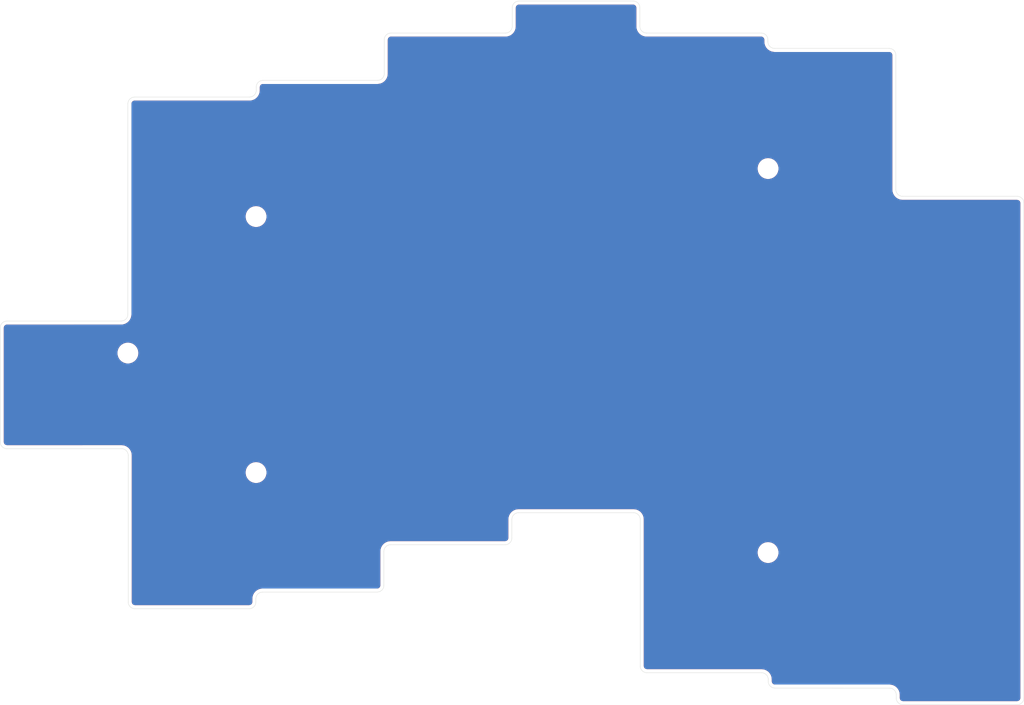
<source format=kicad_pcb>
(kicad_pcb (version 20171130) (host pcbnew "(5.1.7)-1")

  (general
    (thickness 1.6)
    (drawings 64)
    (tracks 1)
    (zones 0)
    (modules 5)
    (nets 1)
  )

  (page A4)
  (layers
    (0 F.Cu signal)
    (31 B.Cu signal)
    (32 B.Adhes user)
    (33 F.Adhes user)
    (34 B.Paste user)
    (35 F.Paste user)
    (36 B.SilkS user)
    (37 F.SilkS user)
    (38 B.Mask user)
    (39 F.Mask user)
    (40 Dwgs.User user)
    (41 Cmts.User user)
    (42 Eco1.User user)
    (43 Eco2.User user)
    (44 Edge.Cuts user)
    (45 Margin user)
    (46 B.CrtYd user)
    (47 F.CrtYd user)
    (48 B.Fab user)
    (49 F.Fab user)
  )

  (setup
    (last_trace_width 0.25)
    (trace_clearance 0.2)
    (zone_clearance 0.508)
    (zone_45_only no)
    (trace_min 0.2)
    (via_size 0.8)
    (via_drill 0.4)
    (via_min_size 0.4)
    (via_min_drill 0.3)
    (uvia_size 0.3)
    (uvia_drill 0.1)
    (uvias_allowed no)
    (uvia_min_size 0.2)
    (uvia_min_drill 0.1)
    (edge_width 0.05)
    (segment_width 0.2)
    (pcb_text_width 0.3)
    (pcb_text_size 1.5 1.5)
    (mod_edge_width 0.12)
    (mod_text_size 1 1)
    (mod_text_width 0.15)
    (pad_size 1.524 1.524)
    (pad_drill 0.762)
    (pad_to_mask_clearance 0.051)
    (solder_mask_min_width 0.25)
    (aux_axis_origin 0 0)
    (visible_elements 7FFFFFFF)
    (pcbplotparams
      (layerselection 0x010f0_ffffffff)
      (usegerberextensions true)
      (usegerberattributes false)
      (usegerberadvancedattributes false)
      (creategerberjobfile false)
      (excludeedgelayer true)
      (linewidth 0.100000)
      (plotframeref false)
      (viasonmask false)
      (mode 1)
      (useauxorigin false)
      (hpglpennumber 1)
      (hpglpenspeed 20)
      (hpglpendiameter 15.000000)
      (psnegative false)
      (psa4output false)
      (plotreference true)
      (plotvalue true)
      (plotinvisibletext false)
      (padsonsilk false)
      (subtractmaskfromsilk true)
      (outputformat 1)
      (mirror false)
      (drillshape 0)
      (scaleselection 1)
      (outputdirectory "Gerbers/"))
  )

  (net 0 "")

  (net_class Default "This is the default net class."
    (clearance 0.2)
    (trace_width 0.25)
    (via_dia 0.8)
    (via_drill 0.4)
    (uvia_dia 0.3)
    (uvia_drill 0.1)
  )

  (module MountingHole:MountingHole_2.1mm (layer F.Cu) (tedit 5B924765) (tstamp 5FA117AA)
    (at 83.55 95.2165)
    (descr "Mounting Hole 2.1mm, no annular")
    (tags "mounting hole 2.1mm no annular")
    (attr virtual)
    (fp_text reference REF** (at 0.09 -2.71) (layer Dwgs.User) hide
      (effects (font (size 1 1) (thickness 0.15)))
    )
    (fp_text value MountingHole_2.1mm (at 0.09 -3.71) (layer F.Fab)
      (effects (font (size 1 1) (thickness 0.15)))
    )
    (fp_circle (center 0 0) (end 2.35 0) (layer F.CrtYd) (width 0.05))
    (fp_circle (center 0 0) (end 2.1 0) (layer Cmts.User) (width 0.15))
    (fp_text user %R (at 0.3 0) (layer F.Fab)
      (effects (font (size 1 1) (thickness 0.15)))
    )
    (pad "" np_thru_hole circle (at 0 0) (size 2.1 2.1) (drill 2.1) (layers *.Cu *.Mask))
  )

  (module MountingHole:MountingHole_2.1mm (layer F.Cu) (tedit 5B924765) (tstamp 5FA1176C)
    (at 178.825 124.9095)
    (descr "Mounting Hole 2.1mm, no annular")
    (tags "mounting hole 2.1mm no annular")
    (attr virtual)
    (fp_text reference REF** (at 0.09 -2.71) (layer Dwgs.User) hide
      (effects (font (size 1 1) (thickness 0.15)))
    )
    (fp_text value MountingHole_2.1mm (at 0.09 -3.71) (layer F.Fab) hide
      (effects (font (size 1 1) (thickness 0.15)))
    )
    (fp_circle (center 0 0) (end 2.35 0) (layer F.CrtYd) (width 0.05))
    (fp_circle (center 0 0) (end 2.1 0) (layer Cmts.User) (width 0.15))
    (fp_text user %R (at 0.3 0) (layer F.Fab)
      (effects (font (size 1 1) (thickness 0.15)))
    )
    (pad "" np_thru_hole circle (at 0 0) (size 2.1 2.1) (drill 2.1) (layers *.Cu *.Mask))
  )

  (module MountingHole:MountingHole_2.1mm (layer F.Cu) (tedit 5B924765) (tstamp 5FA11765)
    (at 178.825 67.7595)
    (descr "Mounting Hole 2.1mm, no annular")
    (tags "mounting hole 2.1mm no annular")
    (attr virtual)
    (fp_text reference REF** (at 0.09 -2.71) (layer Dwgs.User) hide
      (effects (font (size 1 1) (thickness 0.15)))
    )
    (fp_text value MountingHole_2.1mm (at 0.09 -3.71) (layer F.Fab)
      (effects (font (size 1 1) (thickness 0.15)))
    )
    (fp_circle (center 0 0) (end 2.35 0) (layer F.CrtYd) (width 0.05))
    (fp_circle (center 0 0) (end 2.1 0) (layer Cmts.User) (width 0.15))
    (fp_text user %R (at 0.3 0) (layer F.Fab)
      (effects (font (size 1 1) (thickness 0.15)))
    )
    (pad "" np_thru_hole circle (at 0 0) (size 2.1 2.1) (drill 2.1) (layers *.Cu *.Mask))
  )

  (module MountingHole:MountingHole_2.1mm (layer F.Cu) (tedit 5B924765) (tstamp 5FA1175E)
    (at 102.625 74.90325)
    (descr "Mounting Hole 2.1mm, no annular")
    (tags "mounting hole 2.1mm no annular")
    (attr virtual)
    (fp_text reference REF** (at 0.09 -2.71) (layer Dwgs.User) hide
      (effects (font (size 1 1) (thickness 0.15)))
    )
    (fp_text value MountingHole_2.1mm (at 0.09 -3.71) (layer F.Fab)
      (effects (font (size 1 1) (thickness 0.15)))
    )
    (fp_circle (center 0 0) (end 2.35 0) (layer F.CrtYd) (width 0.05))
    (fp_circle (center 0 0) (end 2.1 0) (layer Cmts.User) (width 0.15))
    (fp_text user %R (at 0.3 0) (layer F.Fab)
      (effects (font (size 1 1) (thickness 0.15)))
    )
    (pad "" np_thru_hole circle (at 0 0) (size 2.1 2.1) (drill 2.1) (layers *.Cu *.Mask))
  )

  (module MountingHole:MountingHole_2.1mm (layer F.Cu) (tedit 5B924765) (tstamp 5FA11757)
    (at 102.625 113.00325)
    (descr "Mounting Hole 2.1mm, no annular")
    (tags "mounting hole 2.1mm no annular")
    (attr virtual)
    (fp_text reference REF** (at 0.09 -2.71) (layer Dwgs.User) hide
      (effects (font (size 1 1) (thickness 0.15)))
    )
    (fp_text value MountingHole_2.1mm (at 0.09 -3.71) (layer F.Fab)
      (effects (font (size 1 1) (thickness 0.15)))
    )
    (fp_circle (center 0 0) (end 2.35 0) (layer F.CrtYd) (width 0.05))
    (fp_circle (center 0 0) (end 2.1 0) (layer Cmts.User) (width 0.15))
    (fp_text user %R (at 0.3 0) (layer F.Fab)
      (effects (font (size 1 1) (thickness 0.15)))
    )
    (pad "" np_thru_hole circle (at 0 0) (size 2.1 2.1) (drill 2.1) (layers *.Cu *.Mask))
  )

  (gr_arc (start 198.85 70.8865) (end 197.85 70.8865) (angle -90) (layer Edge.Cuts) (width 0.05) (tstamp 5FA117C2))
  (gr_arc (start 215.9 146.5525) (end 215.9 147.5525) (angle -90) (layer Edge.Cuts) (width 0.05) (tstamp 5FA117B6))
  (gr_line (start 216.9 146.5525) (end 216.9 72.8865) (layer Edge.Cuts) (width 0.05) (tstamp 5FA117B5))
  (gr_line (start 198.85 71.8865) (end 215.9 71.8865) (layer Edge.Cuts) (width 0.05) (tstamp 5FA117B4))
  (gr_arc (start 215.9 72.8865) (end 216.9 72.8865) (angle -90) (layer Edge.Cuts) (width 0.05) (tstamp 5FA117B3))
  (gr_line (start 83.55 58.115) (end 83.55 89.45) (layer Edge.Cuts) (width 0.05) (tstamp 5FA11756))
  (gr_arc (start 177.85 143.79) (end 178.85 143.79) (angle -90) (layer Edge.Cuts) (width 0.05) (tstamp 5FA11755))
  (gr_arc (start 196.85 50.876) (end 197.85 50.876) (angle -90) (layer Edge.Cuts) (width 0.05) (tstamp 5FA11754))
  (gr_arc (start 84.6 132.265) (end 83.6 132.265) (angle -90) (layer Edge.Cuts) (width 0.05) (tstamp 5FA11753))
  (gr_arc (start 84.55 58.115) (end 84.55 57.115) (angle -90) (layer Edge.Cuts) (width 0.05) (tstamp 5FA11752))
  (gr_arc (start 82.6 110.45) (end 83.6 110.45) (angle -90) (layer Edge.Cuts) (width 0.05) (tstamp 5FA11751))
  (gr_line (start 198.9 147.5525) (end 215.9 147.5525) (layer Edge.Cuts) (width 0.05) (tstamp 5FA11750))
  (gr_line (start 197.85 50.876) (end 197.85 70.8865) (layer Edge.Cuts) (width 0.05) (tstamp 5FA1174F))
  (gr_arc (start 141.7 119.9775) (end 141.7 118.9775) (angle -90) (layer Edge.Cuts) (width 0.05) (tstamp 5FA1174E))
  (gr_arc (start 120.65 129.7885) (end 120.65 130.7885) (angle -90) (layer Edge.Cuts) (width 0.05) (tstamp 5FA1174D))
  (gr_line (start 121.700001 48.59) (end 121.700001 53.6385) (layer Edge.Cuts) (width 0.05) (tstamp 5FA1174C))
  (gr_line (start 179.800001 49.876) (end 196.85 49.876) (layer Edge.Cuts) (width 0.05) (tstamp 5FA1174B))
  (gr_arc (start 179.800001 48.876) (end 178.800001 48.876) (angle -90) (layer Edge.Cuts) (width 0.05) (tstamp 5FA1174A))
  (gr_arc (start 179.85 144.076) (end 178.85 144.076) (angle -90) (layer Edge.Cuts) (width 0.05) (tstamp 5FA11749))
  (gr_arc (start 101.6 132.265) (end 101.6 133.265) (angle -90) (layer Edge.Cuts) (width 0.05) (tstamp 5FA11748))
  (gr_line (start 84.55 57.115) (end 101.650001 57.115) (layer Edge.Cuts) (width 0.05) (tstamp 5FA11747))
  (gr_line (start 103.6 130.7885) (end 120.65 130.7885) (layer Edge.Cuts) (width 0.05) (tstamp 5FA11746))
  (gr_arc (start 158.8 119.9775) (end 159.8 119.9775) (angle -90) (layer Edge.Cuts) (width 0.05) (tstamp 5FA11745))
  (gr_arc (start 196.9 146.08) (end 197.9 146.08) (angle -90) (layer Edge.Cuts) (width 0.05) (tstamp 5FA11744))
  (gr_arc (start 120.700001 53.6385) (end 120.700001 54.6385) (angle -90) (layer Edge.Cuts) (width 0.05) (tstamp 5FA11743))
  (gr_line (start 102.6 131.7885) (end 102.6 132.265) (layer Edge.Cuts) (width 0.05) (tstamp 5FA11741))
  (gr_arc (start 103.650001 55.6385) (end 103.650001 54.6385) (angle -90) (layer Edge.Cuts) (width 0.05) (tstamp 5FA11740))
  (gr_arc (start 141.750001 43.8275) (end 141.750001 42.8275) (angle -90) (layer Edge.Cuts) (width 0.05) (tstamp 5FA1171E))
  (gr_line (start 65.55 90.4525) (end 82.55 90.45) (layer Edge.Cuts) (width 0.05) (tstamp 5FA1171D))
  (gr_arc (start 122.65 124.74) (end 122.65 123.74) (angle -90) (layer Edge.Cuts) (width 0.05) (tstamp 5FA1171C))
  (gr_line (start 159.750001 43.8275) (end 159.750001 46.59) (layer Edge.Cuts) (width 0.05) (tstamp 5FA1171B))
  (gr_line (start 140.7 119.9775) (end 140.7 122.74) (layer Edge.Cuts) (width 0.05) (tstamp 5FA1171A))
  (gr_line (start 121.65 124.74) (end 121.65 129.7885) (layer Edge.Cuts) (width 0.05) (tstamp 5FA11719))
  (gr_line (start 122.700001 47.59) (end 139.750001 47.59) (layer Edge.Cuts) (width 0.05) (tstamp 5FA11718))
  (gr_line (start 140.750001 43.8275) (end 140.750001 46.59) (layer Edge.Cuts) (width 0.05) (tstamp 5FA11717))
  (gr_arc (start 101.650001 56.115) (end 101.650001 57.115) (angle -90) (layer Edge.Cuts) (width 0.05) (tstamp 5FA11716))
  (gr_arc (start 160.8 141.79) (end 159.8 141.79) (angle -90) (layer Edge.Cuts) (width 0.05) (tstamp 5FA11715))
  (gr_line (start 141.750001 42.8275) (end 158.750001 42.8275) (layer Edge.Cuts) (width 0.05) (tstamp 5FA11714))
  (gr_line (start 160.8 142.79) (end 177.85 142.79) (layer Edge.Cuts) (width 0.05) (tstamp 5FA11713))
  (gr_line (start 102.650001 55.6385) (end 102.650001 56.115) (layer Edge.Cuts) (width 0.05) (tstamp 5FA11712))
  (gr_line (start 160.750001 47.59) (end 177.800001 47.59) (layer Edge.Cuts) (width 0.05) (tstamp 5FA11711))
  (gr_line (start 84.6 133.265) (end 101.6 133.265) (layer Edge.Cuts) (width 0.05) (tstamp 5FA11710))
  (gr_line (start 178.85 143.79) (end 178.85 144.076) (layer Edge.Cuts) (width 0.05) (tstamp 5FA1170F))
  (gr_line (start 83.6 110.45) (end 83.6 132.265) (layer Edge.Cuts) (width 0.05) (tstamp 5FA1170E))
  (gr_line (start 179.85 145.076) (end 196.9 145.08) (layer Edge.Cuts) (width 0.05) (tstamp 5FA1170D))
  (gr_line (start 122.65 123.74) (end 139.7 123.74) (layer Edge.Cuts) (width 0.05) (tstamp 5FA1170C))
  (gr_line (start 64.55 91.4525) (end 64.55 108.4525) (layer Edge.Cuts) (width 0.05) (tstamp 5FA1170B))
  (gr_arc (start 198.9 146.5525) (end 197.9 146.5525) (angle -90) (layer Edge.Cuts) (width 0.05) (tstamp 5FA1170A))
  (gr_line (start 65.55 109.4525) (end 82.6 109.45) (layer Edge.Cuts) (width 0.05) (tstamp 5FA11709))
  (gr_arc (start 82.55 89.45) (end 82.55 90.45) (angle -90) (layer Edge.Cuts) (width 0.05) (tstamp 5FA11708))
  (gr_line (start 103.650001 54.6385) (end 120.700001 54.6385) (layer Edge.Cuts) (width 0.05) (tstamp 5FA11707))
  (gr_arc (start 65.55 108.4525) (end 64.55 108.4525) (angle -90) (layer Edge.Cuts) (width 0.05) (tstamp 5FA11706))
  (gr_arc (start 139.7 122.74) (end 139.7 123.74) (angle -90) (layer Edge.Cuts) (width 0.05) (tstamp 5FA11705))
  (gr_line (start 141.7 118.9775) (end 158.8 118.9775) (layer Edge.Cuts) (width 0.05) (tstamp 5FA11704))
  (gr_arc (start 122.700001 48.59) (end 122.700001 47.59) (angle -90) (layer Edge.Cuts) (width 0.05) (tstamp 5FA11703))
  (gr_line (start 159.8 141.79) (end 159.8 119.9775) (layer Edge.Cuts) (width 0.05) (tstamp 5FA11702))
  (gr_arc (start 65.55 91.4525) (end 65.55 90.4525) (angle -90) (layer Edge.Cuts) (width 0.05) (tstamp 5FA11701))
  (gr_line (start 197.9 146.08) (end 197.9 146.5525) (layer Edge.Cuts) (width 0.05) (tstamp 5FA11700))
  (gr_arc (start 177.800001 48.59) (end 178.800001 48.59) (angle -90) (layer Edge.Cuts) (width 0.05) (tstamp 5FA116FF))
  (gr_arc (start 158.750001 43.8275) (end 159.750001 43.8275) (angle -90) (layer Edge.Cuts) (width 0.05) (tstamp 5FA116FE))
  (gr_arc (start 160.750001 46.59) (end 159.750001 46.59) (angle -90) (layer Edge.Cuts) (width 0.05) (tstamp 5FA116FD))
  (gr_arc (start 103.6 131.7885) (end 103.6 130.7885) (angle -90) (layer Edge.Cuts) (width 0.05) (tstamp 5FA116FB))
  (gr_line (start 178.800001 48.59) (end 178.800001 48.876) (layer Edge.Cuts) (width 0.05) (tstamp 5FA116FA))
  (gr_arc (start 139.750001 46.59) (end 139.750001 47.59) (angle -90) (layer Edge.Cuts) (width 0.05) (tstamp 5FA116F9))

  (via (at 102.616 74.93) (size 0.8) (drill 0.4) (layers F.Cu B.Cu) (net 0))

  (zone (net 0) (net_name "") (layer B.Cu) (tstamp 5FA1188F) (hatch edge 0.508)
    (connect_pads (clearance 0.508))
    (min_thickness 0.254)
    (fill yes (arc_segments 32) (thermal_gap 0.508) (thermal_bridge_width 0.508))
    (polygon
      (pts
        (xy 159.766 47.498) (xy 178.816 47.498) (xy 178.816 49.784) (xy 197.866 49.784) (xy 197.866 71.882)
        (xy 216.916 71.882) (xy 216.916 147.574) (xy 197.866 147.574) (xy 197.866 145.034) (xy 178.816 145.034)
        (xy 178.816 142.748) (xy 159.766 142.748) (xy 159.766 118.872) (xy 140.716 118.872) (xy 140.716 123.698)
        (xy 121.666 123.698) (xy 121.666 130.81) (xy 102.616 130.81) (xy 102.616 133.35) (xy 83.566 133.35)
        (xy 83.566 109.474) (xy 64.516 109.474) (xy 64.516 90.424) (xy 83.566 90.424) (xy 83.566 57.15)
        (xy 102.616 57.15) (xy 102.616 54.61) (xy 121.666 54.61) (xy 121.666 47.498) (xy 140.716 47.498)
        (xy 140.716 42.672) (xy 159.766 42.672)
      )
    )
    (filled_polygon
      (pts
        (xy 158.815425 43.49708) (xy 158.878357 43.51608) (xy 158.936406 43.546945) (xy 158.987344 43.588489) (xy 159.029249 43.639144)
        (xy 159.060516 43.696971) (xy 159.079957 43.759772) (xy 159.090001 43.855336) (xy 159.090002 46.622419) (xy 159.092784 46.650664)
        (xy 159.092741 46.656801) (xy 159.093641 46.665972) (xy 159.114042 46.860069) (xy 159.126069 46.918658) (xy 159.137278 46.977423)
        (xy 159.139942 46.986245) (xy 159.197654 47.172683) (xy 159.220839 47.227838) (xy 159.243243 47.283291) (xy 159.247569 47.291427)
        (xy 159.340394 47.463104) (xy 159.373847 47.512699) (xy 159.406601 47.562753) (xy 159.412425 47.569894) (xy 159.536829 47.720272)
        (xy 159.579264 47.762411) (xy 159.621127 47.805161) (xy 159.628228 47.811034) (xy 159.77947 47.934384) (xy 159.829278 47.967477)
        (xy 159.878652 48.001284) (xy 159.886758 48.005667) (xy 160.059081 48.097292) (xy 160.114393 48.12009) (xy 160.169367 48.143652)
        (xy 160.17817 48.146377) (xy 160.365007 48.202786) (xy 160.423687 48.214405) (xy 160.482197 48.226842) (xy 160.491362 48.227805)
        (xy 160.685595 48.24685) (xy 160.685599 48.24685) (xy 160.717582 48.25) (xy 177.767722 48.25) (xy 177.865425 48.25958)
        (xy 177.928357 48.27858) (xy 177.986406 48.309445) (xy 178.037344 48.350989) (xy 178.079249 48.401644) (xy 178.110516 48.459471)
        (xy 178.129957 48.522272) (xy 178.140001 48.617835) (xy 178.140001 48.908419) (xy 178.142784 48.936674) (xy 178.142741 48.942801)
        (xy 178.143641 48.951972) (xy 178.164042 49.146069) (xy 178.176069 49.204658) (xy 178.187278 49.263423) (xy 178.189942 49.272245)
        (xy 178.247654 49.458683) (xy 178.270839 49.513838) (xy 178.293243 49.569291) (xy 178.297569 49.577427) (xy 178.390394 49.749104)
        (xy 178.423847 49.798699) (xy 178.456601 49.848753) (xy 178.462425 49.855894) (xy 178.586829 50.006272) (xy 178.629264 50.048411)
        (xy 178.671127 50.091161) (xy 178.678228 50.097034) (xy 178.82947 50.220384) (xy 178.879278 50.253477) (xy 178.928652 50.287284)
        (xy 178.936758 50.291667) (xy 179.109081 50.383292) (xy 179.164393 50.40609) (xy 179.219367 50.429652) (xy 179.22817 50.432377)
        (xy 179.415007 50.488786) (xy 179.473687 50.500405) (xy 179.532197 50.512842) (xy 179.541362 50.513805) (xy 179.735595 50.53285)
        (xy 179.735599 50.53285) (xy 179.767582 50.536) (xy 196.817721 50.536) (xy 196.915424 50.54558) (xy 196.978356 50.56458)
        (xy 197.036405 50.595445) (xy 197.087343 50.636989) (xy 197.129248 50.687644) (xy 197.160515 50.745471) (xy 197.179956 50.808272)
        (xy 197.19 50.903835) (xy 197.190001 70.918919) (xy 197.192783 70.947164) (xy 197.19274 70.953301) (xy 197.19364 70.962472)
        (xy 197.214041 71.156569) (xy 197.226068 71.215158) (xy 197.237277 71.273923) (xy 197.239941 71.282745) (xy 197.297653 71.469183)
        (xy 197.320838 71.524338) (xy 197.343242 71.579791) (xy 197.347568 71.587927) (xy 197.440393 71.759604) (xy 197.473846 71.809199)
        (xy 197.5066 71.859253) (xy 197.512424 71.866394) (xy 197.636828 72.016772) (xy 197.679263 72.058911) (xy 197.721126 72.101661)
        (xy 197.728227 72.107534) (xy 197.879469 72.230884) (xy 197.929277 72.263977) (xy 197.978651 72.297784) (xy 197.986757 72.302167)
        (xy 198.15908 72.393792) (xy 198.214392 72.41659) (xy 198.269366 72.440152) (xy 198.278169 72.442877) (xy 198.465006 72.499286)
        (xy 198.523686 72.510905) (xy 198.582196 72.523342) (xy 198.591361 72.524305) (xy 198.785594 72.54335) (xy 198.785598 72.54335)
        (xy 198.817581 72.5465) (xy 215.867721 72.5465) (xy 215.965424 72.55608) (xy 216.028356 72.57508) (xy 216.086405 72.605945)
        (xy 216.137343 72.647489) (xy 216.179248 72.698144) (xy 216.210515 72.755971) (xy 216.229956 72.818772) (xy 216.240001 72.914345)
        (xy 216.24 146.520221) (xy 216.23042 146.617924) (xy 216.21142 146.680857) (xy 216.180554 146.738906) (xy 216.139011 146.789843)
        (xy 216.088356 146.831748) (xy 216.030529 146.863015) (xy 215.967728 146.882456) (xy 215.872165 146.8925) (xy 198.932279 146.8925)
        (xy 198.834576 146.88292) (xy 198.771643 146.86392) (xy 198.713594 146.833054) (xy 198.662657 146.791511) (xy 198.620752 146.740856)
        (xy 198.589485 146.683029) (xy 198.570044 146.620228) (xy 198.56 146.524665) (xy 198.56 146.047581) (xy 198.557217 146.019326)
        (xy 198.55726 146.013199) (xy 198.55636 146.004028) (xy 198.535959 145.809931) (xy 198.523934 145.751348) (xy 198.512723 145.692577)
        (xy 198.510059 145.683755) (xy 198.452347 145.497317) (xy 198.429162 145.442162) (xy 198.406758 145.386709) (xy 198.402432 145.378573)
        (xy 198.309607 145.206896) (xy 198.276139 145.157278) (xy 198.2434 145.107247) (xy 198.237576 145.100106) (xy 198.113172 144.949728)
        (xy 198.070737 144.907589) (xy 198.028874 144.864839) (xy 198.021773 144.858966) (xy 197.870531 144.735616) (xy 197.820738 144.702534)
        (xy 197.771349 144.668716) (xy 197.763243 144.664333) (xy 197.590921 144.572708) (xy 197.535606 144.549909) (xy 197.480634 144.526348)
        (xy 197.471831 144.523623) (xy 197.284995 144.467214) (xy 197.226307 144.455594) (xy 197.167804 144.443158) (xy 197.158639 144.442195)
        (xy 196.964405 144.42315) (xy 196.964397 144.42315) (xy 196.932573 144.420008) (xy 179.882362 144.416008) (xy 179.784576 144.40642)
        (xy 179.721643 144.38742) (xy 179.663594 144.356554) (xy 179.612657 144.315011) (xy 179.570752 144.264356) (xy 179.539485 144.206529)
        (xy 179.520044 144.143728) (xy 179.51 144.048165) (xy 179.51 143.757581) (xy 179.507217 143.729326) (xy 179.50726 143.723199)
        (xy 179.50636 143.714028) (xy 179.485959 143.519931) (xy 179.473934 143.461348) (xy 179.462723 143.402577) (xy 179.460059 143.393755)
        (xy 179.402347 143.207317) (xy 179.379162 143.152162) (xy 179.356758 143.096709) (xy 179.352432 143.088573) (xy 179.259607 142.916896)
        (xy 179.226139 142.867278) (xy 179.1934 142.817247) (xy 179.187576 142.810106) (xy 179.063172 142.659728) (xy 179.020737 142.617589)
        (xy 178.978874 142.574839) (xy 178.971773 142.568966) (xy 178.820531 142.445616) (xy 178.770738 142.412534) (xy 178.721349 142.378716)
        (xy 178.713243 142.374333) (xy 178.540921 142.282708) (xy 178.485606 142.259909) (xy 178.430634 142.236348) (xy 178.421831 142.233623)
        (xy 178.234995 142.177214) (xy 178.176307 142.165594) (xy 178.117804 142.153158) (xy 178.108639 142.152195) (xy 177.914405 142.13315)
        (xy 177.914402 142.13315) (xy 177.882419 142.13) (xy 160.832279 142.13) (xy 160.734576 142.12042) (xy 160.671643 142.10142)
        (xy 160.613594 142.070554) (xy 160.562657 142.029011) (xy 160.520752 141.978356) (xy 160.489485 141.920529) (xy 160.470044 141.857728)
        (xy 160.46 141.762165) (xy 160.46 124.743542) (xy 177.14 124.743542) (xy 177.14 125.075458) (xy 177.204754 125.400996)
        (xy 177.331772 125.707647) (xy 177.516175 125.983625) (xy 177.750875 126.218325) (xy 178.026853 126.402728) (xy 178.333504 126.529746)
        (xy 178.659042 126.5945) (xy 178.990958 126.5945) (xy 179.316496 126.529746) (xy 179.623147 126.402728) (xy 179.899125 126.218325)
        (xy 180.133825 125.983625) (xy 180.318228 125.707647) (xy 180.445246 125.400996) (xy 180.51 125.075458) (xy 180.51 124.743542)
        (xy 180.445246 124.418004) (xy 180.318228 124.111353) (xy 180.133825 123.835375) (xy 179.899125 123.600675) (xy 179.623147 123.416272)
        (xy 179.316496 123.289254) (xy 178.990958 123.2245) (xy 178.659042 123.2245) (xy 178.333504 123.289254) (xy 178.026853 123.416272)
        (xy 177.750875 123.600675) (xy 177.516175 123.835375) (xy 177.331772 124.111353) (xy 177.204754 124.418004) (xy 177.14 124.743542)
        (xy 160.46 124.743542) (xy 160.46 119.945081) (xy 160.457217 119.916826) (xy 160.45726 119.910699) (xy 160.45636 119.901528)
        (xy 160.435959 119.707431) (xy 160.423934 119.648848) (xy 160.412723 119.590077) (xy 160.410059 119.581255) (xy 160.352347 119.394817)
        (xy 160.329162 119.339662) (xy 160.306758 119.284209) (xy 160.302432 119.276073) (xy 160.209607 119.104396) (xy 160.176139 119.054778)
        (xy 160.1434 119.004747) (xy 160.137576 118.997606) (xy 160.013172 118.847228) (xy 159.970737 118.805089) (xy 159.928874 118.762339)
        (xy 159.921773 118.756466) (xy 159.770531 118.633116) (xy 159.720738 118.600034) (xy 159.671349 118.566216) (xy 159.663243 118.561833)
        (xy 159.490921 118.470208) (xy 159.435606 118.447409) (xy 159.380634 118.423848) (xy 159.371831 118.421123) (xy 159.184995 118.364714)
        (xy 159.126307 118.353094) (xy 159.067804 118.340658) (xy 159.058639 118.339695) (xy 158.864405 118.32065) (xy 158.864402 118.32065)
        (xy 158.832419 118.3175) (xy 141.667581 118.3175) (xy 141.639326 118.320283) (xy 141.633199 118.32024) (xy 141.624028 118.32114)
        (xy 141.429931 118.341541) (xy 141.371348 118.353566) (xy 141.312577 118.364777) (xy 141.303755 118.367441) (xy 141.117317 118.425153)
        (xy 141.062162 118.448338) (xy 141.006709 118.470742) (xy 140.998573 118.475068) (xy 140.826896 118.567893) (xy 140.777278 118.601361)
        (xy 140.727247 118.6341) (xy 140.720106 118.639924) (xy 140.569728 118.764328) (xy 140.527589 118.806763) (xy 140.484839 118.848626)
        (xy 140.478966 118.855727) (xy 140.355616 119.006969) (xy 140.322534 119.056762) (xy 140.288716 119.106151) (xy 140.284333 119.114257)
        (xy 140.192708 119.286579) (xy 140.169909 119.341894) (xy 140.146348 119.396866) (xy 140.143623 119.405669) (xy 140.087214 119.592505)
        (xy 140.075594 119.651193) (xy 140.063158 119.709696) (xy 140.062195 119.718861) (xy 140.04315 119.913095) (xy 140.04 119.945082)
        (xy 140.040001 122.707711) (xy 140.03042 122.805424) (xy 140.01142 122.868357) (xy 139.980554 122.926406) (xy 139.939011 122.977343)
        (xy 139.888356 123.019248) (xy 139.830529 123.050515) (xy 139.767728 123.069956) (xy 139.672165 123.08) (xy 122.617581 123.08)
        (xy 122.589326 123.082783) (xy 122.583199 123.08274) (xy 122.574028 123.08364) (xy 122.379931 123.104041) (xy 122.321348 123.116066)
        (xy 122.262577 123.127277) (xy 122.253755 123.129941) (xy 122.067317 123.187653) (xy 122.012162 123.210838) (xy 121.956709 123.233242)
        (xy 121.948573 123.237568) (xy 121.776896 123.330393) (xy 121.727278 123.363861) (xy 121.677247 123.3966) (xy 121.670106 123.402424)
        (xy 121.519728 123.526828) (xy 121.477589 123.569263) (xy 121.434839 123.611126) (xy 121.428966 123.618227) (xy 121.305616 123.769469)
        (xy 121.272534 123.819262) (xy 121.238716 123.868651) (xy 121.234333 123.876757) (xy 121.142708 124.049079) (xy 121.119909 124.104394)
        (xy 121.096348 124.159366) (xy 121.093623 124.168169) (xy 121.037214 124.355005) (xy 121.025594 124.413693) (xy 121.013158 124.472196)
        (xy 121.012195 124.481361) (xy 120.99315 124.675595) (xy 120.99 124.707582) (xy 120.990001 129.756211) (xy 120.98042 129.853924)
        (xy 120.96142 129.916857) (xy 120.930554 129.974906) (xy 120.889011 130.025843) (xy 120.838356 130.067748) (xy 120.780529 130.099015)
        (xy 120.717728 130.118456) (xy 120.622165 130.1285) (xy 103.567581 130.1285) (xy 103.539326 130.131283) (xy 103.533199 130.13124)
        (xy 103.524028 130.13214) (xy 103.329931 130.152541) (xy 103.271348 130.164566) (xy 103.212577 130.175777) (xy 103.203755 130.178441)
        (xy 103.017317 130.236153) (xy 102.962162 130.259338) (xy 102.906709 130.281742) (xy 102.898573 130.286068) (xy 102.726896 130.378893)
        (xy 102.677278 130.412361) (xy 102.627247 130.4451) (xy 102.620106 130.450924) (xy 102.469728 130.575328) (xy 102.427589 130.617763)
        (xy 102.384839 130.659626) (xy 102.378966 130.666727) (xy 102.255616 130.817969) (xy 102.222534 130.867762) (xy 102.188716 130.917151)
        (xy 102.184333 130.925257) (xy 102.092708 131.097579) (xy 102.069909 131.152894) (xy 102.046348 131.207866) (xy 102.043623 131.216669)
        (xy 101.987214 131.403505) (xy 101.975594 131.462193) (xy 101.963158 131.520696) (xy 101.962195 131.529861) (xy 101.94315 131.724095)
        (xy 101.94 131.756082) (xy 101.94 132.232721) (xy 101.93042 132.330424) (xy 101.91142 132.393357) (xy 101.880554 132.451406)
        (xy 101.839011 132.502343) (xy 101.788356 132.544248) (xy 101.730529 132.575515) (xy 101.667728 132.594956) (xy 101.572165 132.605)
        (xy 84.632279 132.605) (xy 84.534576 132.59542) (xy 84.471643 132.57642) (xy 84.413594 132.545554) (xy 84.362657 132.504011)
        (xy 84.320752 132.453356) (xy 84.289485 132.395529) (xy 84.270044 132.332728) (xy 84.26 132.237165) (xy 84.26 112.837292)
        (xy 100.94 112.837292) (xy 100.94 113.169208) (xy 101.004754 113.494746) (xy 101.131772 113.801397) (xy 101.316175 114.077375)
        (xy 101.550875 114.312075) (xy 101.826853 114.496478) (xy 102.133504 114.623496) (xy 102.459042 114.68825) (xy 102.790958 114.68825)
        (xy 103.116496 114.623496) (xy 103.423147 114.496478) (xy 103.699125 114.312075) (xy 103.933825 114.077375) (xy 104.118228 113.801397)
        (xy 104.245246 113.494746) (xy 104.31 113.169208) (xy 104.31 112.837292) (xy 104.245246 112.511754) (xy 104.118228 112.205103)
        (xy 103.933825 111.929125) (xy 103.699125 111.694425) (xy 103.423147 111.510022) (xy 103.116496 111.383004) (xy 102.790958 111.31825)
        (xy 102.459042 111.31825) (xy 102.133504 111.383004) (xy 101.826853 111.510022) (xy 101.550875 111.694425) (xy 101.316175 111.929125)
        (xy 101.131772 112.205103) (xy 101.004754 112.511754) (xy 100.94 112.837292) (xy 84.26 112.837292) (xy 84.26 110.417581)
        (xy 84.257217 110.389326) (xy 84.25726 110.383199) (xy 84.25636 110.374028) (xy 84.235959 110.179931) (xy 84.223934 110.121348)
        (xy 84.212723 110.062577) (xy 84.210059 110.053755) (xy 84.152347 109.867317) (xy 84.129162 109.812162) (xy 84.106758 109.756709)
        (xy 84.102432 109.748573) (xy 84.009607 109.576896) (xy 83.976139 109.527278) (xy 83.9434 109.477247) (xy 83.937576 109.470106)
        (xy 83.813172 109.319728) (xy 83.770737 109.277589) (xy 83.728874 109.234839) (xy 83.721773 109.228966) (xy 83.570531 109.105616)
        (xy 83.520738 109.072534) (xy 83.471349 109.038716) (xy 83.463243 109.034333) (xy 83.290921 108.942708) (xy 83.235606 108.919909)
        (xy 83.180634 108.896348) (xy 83.171831 108.893623) (xy 82.984995 108.837214) (xy 82.926307 108.825594) (xy 82.867804 108.813158)
        (xy 82.858639 108.812195) (xy 82.664405 108.79315) (xy 82.664393 108.79315) (xy 82.632322 108.789996) (xy 65.582233 108.792496)
        (xy 65.484576 108.78292) (xy 65.421643 108.76392) (xy 65.363594 108.733054) (xy 65.312657 108.691511) (xy 65.270752 108.640856)
        (xy 65.239485 108.583029) (xy 65.220044 108.520228) (xy 65.21 108.424665) (xy 65.21 95.050542) (xy 81.865 95.050542)
        (xy 81.865 95.382458) (xy 81.929754 95.707996) (xy 82.056772 96.014647) (xy 82.241175 96.290625) (xy 82.475875 96.525325)
        (xy 82.751853 96.709728) (xy 83.058504 96.836746) (xy 83.384042 96.9015) (xy 83.715958 96.9015) (xy 84.041496 96.836746)
        (xy 84.348147 96.709728) (xy 84.624125 96.525325) (xy 84.858825 96.290625) (xy 85.043228 96.014647) (xy 85.170246 95.707996)
        (xy 85.235 95.382458) (xy 85.235 95.050542) (xy 85.170246 94.725004) (xy 85.043228 94.418353) (xy 84.858825 94.142375)
        (xy 84.624125 93.907675) (xy 84.348147 93.723272) (xy 84.041496 93.596254) (xy 83.715958 93.5315) (xy 83.384042 93.5315)
        (xy 83.058504 93.596254) (xy 82.751853 93.723272) (xy 82.475875 93.907675) (xy 82.241175 94.142375) (xy 82.056772 94.418353)
        (xy 81.929754 94.725004) (xy 81.865 95.050542) (xy 65.21 95.050542) (xy 65.21 91.484779) (xy 65.21958 91.387076)
        (xy 65.23858 91.324144) (xy 65.269445 91.266095) (xy 65.310989 91.215157) (xy 65.361644 91.173252) (xy 65.419471 91.141985)
        (xy 65.482272 91.122544) (xy 65.577882 91.112495) (xy 82.582515 91.109995) (xy 82.610674 91.107217) (xy 82.616801 91.10726)
        (xy 82.625972 91.10636) (xy 82.820069 91.085959) (xy 82.878658 91.073932) (xy 82.937423 91.062723) (xy 82.946245 91.060059)
        (xy 83.132683 91.002347) (xy 83.187838 90.979162) (xy 83.243291 90.956758) (xy 83.251427 90.952432) (xy 83.423104 90.859607)
        (xy 83.472699 90.826154) (xy 83.522753 90.7934) (xy 83.529894 90.787576) (xy 83.680272 90.663172) (xy 83.722411 90.620737)
        (xy 83.765161 90.578874) (xy 83.771034 90.571773) (xy 83.894384 90.420531) (xy 83.927477 90.370723) (xy 83.961284 90.321349)
        (xy 83.965667 90.313243) (xy 84.057292 90.14092) (xy 84.08009 90.085608) (xy 84.103652 90.030634) (xy 84.106377 90.021831)
        (xy 84.162786 89.834994) (xy 84.174405 89.776314) (xy 84.186842 89.717804) (xy 84.187805 89.708639) (xy 84.20685 89.514406)
        (xy 84.20685 89.514402) (xy 84.21 89.482419) (xy 84.21 74.737292) (xy 100.94 74.737292) (xy 100.94 75.069208)
        (xy 101.004754 75.394746) (xy 101.131772 75.701397) (xy 101.316175 75.977375) (xy 101.550875 76.212075) (xy 101.826853 76.396478)
        (xy 102.133504 76.523496) (xy 102.459042 76.58825) (xy 102.790958 76.58825) (xy 103.116496 76.523496) (xy 103.423147 76.396478)
        (xy 103.699125 76.212075) (xy 103.933825 75.977375) (xy 104.118228 75.701397) (xy 104.245246 75.394746) (xy 104.31 75.069208)
        (xy 104.31 74.737292) (xy 104.245246 74.411754) (xy 104.118228 74.105103) (xy 103.933825 73.829125) (xy 103.699125 73.594425)
        (xy 103.423147 73.410022) (xy 103.116496 73.283004) (xy 102.790958 73.21825) (xy 102.459042 73.21825) (xy 102.133504 73.283004)
        (xy 101.826853 73.410022) (xy 101.550875 73.594425) (xy 101.316175 73.829125) (xy 101.131772 74.105103) (xy 101.004754 74.411754)
        (xy 100.94 74.737292) (xy 84.21 74.737292) (xy 84.21 67.593542) (xy 177.14 67.593542) (xy 177.14 67.925458)
        (xy 177.204754 68.250996) (xy 177.331772 68.557647) (xy 177.516175 68.833625) (xy 177.750875 69.068325) (xy 178.026853 69.252728)
        (xy 178.333504 69.379746) (xy 178.659042 69.4445) (xy 178.990958 69.4445) (xy 179.316496 69.379746) (xy 179.623147 69.252728)
        (xy 179.899125 69.068325) (xy 180.133825 68.833625) (xy 180.318228 68.557647) (xy 180.445246 68.250996) (xy 180.51 67.925458)
        (xy 180.51 67.593542) (xy 180.445246 67.268004) (xy 180.318228 66.961353) (xy 180.133825 66.685375) (xy 179.899125 66.450675)
        (xy 179.623147 66.266272) (xy 179.316496 66.139254) (xy 178.990958 66.0745) (xy 178.659042 66.0745) (xy 178.333504 66.139254)
        (xy 178.026853 66.266272) (xy 177.750875 66.450675) (xy 177.516175 66.685375) (xy 177.331772 66.961353) (xy 177.204754 67.268004)
        (xy 177.14 67.593542) (xy 84.21 67.593542) (xy 84.21 58.147279) (xy 84.21958 58.049576) (xy 84.23858 57.986644)
        (xy 84.269445 57.928595) (xy 84.310989 57.877657) (xy 84.361644 57.835752) (xy 84.419471 57.804485) (xy 84.482272 57.785044)
        (xy 84.577835 57.775) (xy 101.68242 57.775) (xy 101.710675 57.772217) (xy 101.716802 57.77226) (xy 101.725973 57.77136)
        (xy 101.92007 57.750959) (xy 101.978659 57.738932) (xy 102.037424 57.727723) (xy 102.046246 57.725059) (xy 102.232684 57.667347)
        (xy 102.287839 57.644162) (xy 102.343292 57.621758) (xy 102.351428 57.617432) (xy 102.523105 57.524607) (xy 102.5727 57.491154)
        (xy 102.622754 57.4584) (xy 102.629895 57.452576) (xy 102.780273 57.328172) (xy 102.822412 57.285737) (xy 102.865162 57.243874)
        (xy 102.871035 57.236773) (xy 102.994385 57.085531) (xy 103.027478 57.035723) (xy 103.061285 56.986349) (xy 103.065668 56.978243)
        (xy 103.157293 56.80592) (xy 103.180091 56.750608) (xy 103.203653 56.695634) (xy 103.206378 56.686831) (xy 103.262787 56.499994)
        (xy 103.274406 56.441314) (xy 103.286843 56.382804) (xy 103.287806 56.373639) (xy 103.306851 56.179406) (xy 103.306851 56.179401)
        (xy 103.310001 56.147418) (xy 103.310001 55.670779) (xy 103.319581 55.573076) (xy 103.338581 55.510144) (xy 103.369446 55.452095)
        (xy 103.41099 55.401157) (xy 103.461645 55.359252) (xy 103.519472 55.327985) (xy 103.582273 55.308544) (xy 103.677836 55.2985)
        (xy 120.73242 55.2985) (xy 120.760675 55.295717) (xy 120.766802 55.29576) (xy 120.775973 55.29486) (xy 120.97007 55.274459)
        (xy 121.028659 55.262432) (xy 121.087424 55.251223) (xy 121.096246 55.248559) (xy 121.282684 55.190847) (xy 121.337839 55.167662)
        (xy 121.393292 55.145258) (xy 121.401428 55.140932) (xy 121.573105 55.048107) (xy 121.6227 55.014654) (xy 121.672754 54.9819)
        (xy 121.679895 54.976076) (xy 121.830273 54.851672) (xy 121.872412 54.809237) (xy 121.915162 54.767374) (xy 121.921035 54.760273)
        (xy 122.044385 54.609031) (xy 122.077478 54.559223) (xy 122.111285 54.509849) (xy 122.115668 54.501743) (xy 122.207293 54.32942)
        (xy 122.230091 54.274108) (xy 122.253653 54.219134) (xy 122.256378 54.210331) (xy 122.312787 54.023494) (xy 122.324406 53.964814)
        (xy 122.336843 53.906304) (xy 122.337806 53.897139) (xy 122.356851 53.702906) (xy 122.356851 53.702902) (xy 122.360001 53.670919)
        (xy 122.360001 48.622279) (xy 122.369581 48.524576) (xy 122.388581 48.461644) (xy 122.419446 48.403595) (xy 122.46099 48.352657)
        (xy 122.511645 48.310752) (xy 122.569472 48.279485) (xy 122.632273 48.260044) (xy 122.727836 48.25) (xy 139.78242 48.25)
        (xy 139.810675 48.247217) (xy 139.816802 48.24726) (xy 139.825973 48.24636) (xy 140.02007 48.225959) (xy 140.078659 48.213932)
        (xy 140.137424 48.202723) (xy 140.146246 48.200059) (xy 140.332684 48.142347) (xy 140.387839 48.119162) (xy 140.443292 48.096758)
        (xy 140.451428 48.092432) (xy 140.623105 47.999607) (xy 140.6727 47.966154) (xy 140.722754 47.9334) (xy 140.729895 47.927576)
        (xy 140.880273 47.803172) (xy 140.922412 47.760737) (xy 140.965162 47.718874) (xy 140.971035 47.711773) (xy 141.094385 47.560531)
        (xy 141.127478 47.510723) (xy 141.161285 47.461349) (xy 141.165668 47.453243) (xy 141.257293 47.28092) (xy 141.280091 47.225608)
        (xy 141.303653 47.170634) (xy 141.306378 47.161831) (xy 141.362787 46.974994) (xy 141.374406 46.916314) (xy 141.386843 46.857804)
        (xy 141.387806 46.848639) (xy 141.406851 46.654406) (xy 141.406851 46.654402) (xy 141.410001 46.622419) (xy 141.410001 43.859779)
        (xy 141.419581 43.762076) (xy 141.438581 43.699144) (xy 141.469446 43.641095) (xy 141.51099 43.590157) (xy 141.561645 43.548252)
        (xy 141.619472 43.516985) (xy 141.682273 43.497544) (xy 141.777836 43.4875) (xy 158.717722 43.4875)
      )
    )
  )
  (zone (net 0) (net_name "") (layer F.Cu) (tstamp 5FA11898) (hatch edge 0.508)
    (connect_pads (clearance 0.508))
    (min_thickness 0.254)
    (fill yes (arc_segments 32) (thermal_gap 0.508) (thermal_bridge_width 0.508))
    (polygon
      (pts
        (xy 159.766 47.498) (xy 178.816 47.498) (xy 178.816 49.784) (xy 197.866 49.784) (xy 197.866 71.882)
        (xy 216.916 71.882) (xy 216.916 147.574) (xy 197.866 147.574) (xy 197.866 145.034) (xy 178.816 145.034)
        (xy 178.816 142.748) (xy 159.766 142.748) (xy 159.766 118.872) (xy 140.716 118.872) (xy 140.716 123.698)
        (xy 121.666 123.698) (xy 121.666 130.81) (xy 102.616 130.81) (xy 102.616 133.35) (xy 83.566 133.35)
        (xy 83.566 109.474) (xy 64.516 109.474) (xy 64.516 90.424) (xy 83.566 90.424) (xy 83.566 57.15)
        (xy 102.616 57.15) (xy 102.616 54.61) (xy 121.666 54.61) (xy 121.666 47.498) (xy 140.716 47.498)
        (xy 140.716 42.672) (xy 159.766 42.672)
      )
    )
    (filled_polygon
      (pts
        (xy 158.815425 43.49708) (xy 158.878357 43.51608) (xy 158.936406 43.546945) (xy 158.987344 43.588489) (xy 159.029249 43.639144)
        (xy 159.060516 43.696971) (xy 159.079957 43.759772) (xy 159.090001 43.855336) (xy 159.090002 46.622419) (xy 159.092784 46.650664)
        (xy 159.092741 46.656801) (xy 159.093641 46.665972) (xy 159.114042 46.860069) (xy 159.126069 46.918658) (xy 159.137278 46.977423)
        (xy 159.139942 46.986245) (xy 159.197654 47.172683) (xy 159.220839 47.227838) (xy 159.243243 47.283291) (xy 159.247569 47.291427)
        (xy 159.340394 47.463104) (xy 159.373847 47.512699) (xy 159.406601 47.562753) (xy 159.412425 47.569894) (xy 159.536829 47.720272)
        (xy 159.579264 47.762411) (xy 159.621127 47.805161) (xy 159.628228 47.811034) (xy 159.77947 47.934384) (xy 159.829278 47.967477)
        (xy 159.878652 48.001284) (xy 159.886758 48.005667) (xy 160.059081 48.097292) (xy 160.114393 48.12009) (xy 160.169367 48.143652)
        (xy 160.17817 48.146377) (xy 160.365007 48.202786) (xy 160.423687 48.214405) (xy 160.482197 48.226842) (xy 160.491362 48.227805)
        (xy 160.685595 48.24685) (xy 160.685599 48.24685) (xy 160.717582 48.25) (xy 177.767722 48.25) (xy 177.865425 48.25958)
        (xy 177.928357 48.27858) (xy 177.986406 48.309445) (xy 178.037344 48.350989) (xy 178.079249 48.401644) (xy 178.110516 48.459471)
        (xy 178.129957 48.522272) (xy 178.140001 48.617835) (xy 178.140001 48.908419) (xy 178.142784 48.936674) (xy 178.142741 48.942801)
        (xy 178.143641 48.951972) (xy 178.164042 49.146069) (xy 178.176069 49.204658) (xy 178.187278 49.263423) (xy 178.189942 49.272245)
        (xy 178.247654 49.458683) (xy 178.270839 49.513838) (xy 178.293243 49.569291) (xy 178.297569 49.577427) (xy 178.390394 49.749104)
        (xy 178.423847 49.798699) (xy 178.456601 49.848753) (xy 178.462425 49.855894) (xy 178.586829 50.006272) (xy 178.629264 50.048411)
        (xy 178.671127 50.091161) (xy 178.678228 50.097034) (xy 178.82947 50.220384) (xy 178.879278 50.253477) (xy 178.928652 50.287284)
        (xy 178.936758 50.291667) (xy 179.109081 50.383292) (xy 179.164393 50.40609) (xy 179.219367 50.429652) (xy 179.22817 50.432377)
        (xy 179.415007 50.488786) (xy 179.473687 50.500405) (xy 179.532197 50.512842) (xy 179.541362 50.513805) (xy 179.735595 50.53285)
        (xy 179.735599 50.53285) (xy 179.767582 50.536) (xy 196.817721 50.536) (xy 196.915424 50.54558) (xy 196.978356 50.56458)
        (xy 197.036405 50.595445) (xy 197.087343 50.636989) (xy 197.129248 50.687644) (xy 197.160515 50.745471) (xy 197.179956 50.808272)
        (xy 197.19 50.903835) (xy 197.190001 70.918919) (xy 197.192783 70.947164) (xy 197.19274 70.953301) (xy 197.19364 70.962472)
        (xy 197.214041 71.156569) (xy 197.226068 71.215158) (xy 197.237277 71.273923) (xy 197.239941 71.282745) (xy 197.297653 71.469183)
        (xy 197.320838 71.524338) (xy 197.343242 71.579791) (xy 197.347568 71.587927) (xy 197.440393 71.759604) (xy 197.473846 71.809199)
        (xy 197.5066 71.859253) (xy 197.512424 71.866394) (xy 197.636828 72.016772) (xy 197.679263 72.058911) (xy 197.721126 72.101661)
        (xy 197.728227 72.107534) (xy 197.879469 72.230884) (xy 197.929277 72.263977) (xy 197.978651 72.297784) (xy 197.986757 72.302167)
        (xy 198.15908 72.393792) (xy 198.214392 72.41659) (xy 198.269366 72.440152) (xy 198.278169 72.442877) (xy 198.465006 72.499286)
        (xy 198.523686 72.510905) (xy 198.582196 72.523342) (xy 198.591361 72.524305) (xy 198.785594 72.54335) (xy 198.785598 72.54335)
        (xy 198.817581 72.5465) (xy 215.867721 72.5465) (xy 215.965424 72.55608) (xy 216.028356 72.57508) (xy 216.086405 72.605945)
        (xy 216.137343 72.647489) (xy 216.179248 72.698144) (xy 216.210515 72.755971) (xy 216.229956 72.818772) (xy 216.240001 72.914345)
        (xy 216.24 146.520221) (xy 216.23042 146.617924) (xy 216.21142 146.680857) (xy 216.180554 146.738906) (xy 216.139011 146.789843)
        (xy 216.088356 146.831748) (xy 216.030529 146.863015) (xy 215.967728 146.882456) (xy 215.872165 146.8925) (xy 198.932279 146.8925)
        (xy 198.834576 146.88292) (xy 198.771643 146.86392) (xy 198.713594 146.833054) (xy 198.662657 146.791511) (xy 198.620752 146.740856)
        (xy 198.589485 146.683029) (xy 198.570044 146.620228) (xy 198.56 146.524665) (xy 198.56 146.047581) (xy 198.557217 146.019326)
        (xy 198.55726 146.013199) (xy 198.55636 146.004028) (xy 198.535959 145.809931) (xy 198.523934 145.751348) (xy 198.512723 145.692577)
        (xy 198.510059 145.683755) (xy 198.452347 145.497317) (xy 198.429162 145.442162) (xy 198.406758 145.386709) (xy 198.402432 145.378573)
        (xy 198.309607 145.206896) (xy 198.276139 145.157278) (xy 198.2434 145.107247) (xy 198.237576 145.100106) (xy 198.113172 144.949728)
        (xy 198.070737 144.907589) (xy 198.028874 144.864839) (xy 198.021773 144.858966) (xy 197.870531 144.735616) (xy 197.820738 144.702534)
        (xy 197.771349 144.668716) (xy 197.763243 144.664333) (xy 197.590921 144.572708) (xy 197.535606 144.549909) (xy 197.480634 144.526348)
        (xy 197.471831 144.523623) (xy 197.284995 144.467214) (xy 197.226307 144.455594) (xy 197.167804 144.443158) (xy 197.158639 144.442195)
        (xy 196.964405 144.42315) (xy 196.964397 144.42315) (xy 196.932573 144.420008) (xy 179.882362 144.416008) (xy 179.784576 144.40642)
        (xy 179.721643 144.38742) (xy 179.663594 144.356554) (xy 179.612657 144.315011) (xy 179.570752 144.264356) (xy 179.539485 144.206529)
        (xy 179.520044 144.143728) (xy 179.51 144.048165) (xy 179.51 143.757581) (xy 179.507217 143.729326) (xy 179.50726 143.723199)
        (xy 179.50636 143.714028) (xy 179.485959 143.519931) (xy 179.473934 143.461348) (xy 179.462723 143.402577) (xy 179.460059 143.393755)
        (xy 179.402347 143.207317) (xy 179.379162 143.152162) (xy 179.356758 143.096709) (xy 179.352432 143.088573) (xy 179.259607 142.916896)
        (xy 179.226139 142.867278) (xy 179.1934 142.817247) (xy 179.187576 142.810106) (xy 179.063172 142.659728) (xy 179.020737 142.617589)
        (xy 178.978874 142.574839) (xy 178.971773 142.568966) (xy 178.820531 142.445616) (xy 178.770738 142.412534) (xy 178.721349 142.378716)
        (xy 178.713243 142.374333) (xy 178.540921 142.282708) (xy 178.485606 142.259909) (xy 178.430634 142.236348) (xy 178.421831 142.233623)
        (xy 178.234995 142.177214) (xy 178.176307 142.165594) (xy 178.117804 142.153158) (xy 178.108639 142.152195) (xy 177.914405 142.13315)
        (xy 177.914402 142.13315) (xy 177.882419 142.13) (xy 160.832279 142.13) (xy 160.734576 142.12042) (xy 160.671643 142.10142)
        (xy 160.613594 142.070554) (xy 160.562657 142.029011) (xy 160.520752 141.978356) (xy 160.489485 141.920529) (xy 160.470044 141.857728)
        (xy 160.46 141.762165) (xy 160.46 124.743542) (xy 177.14 124.743542) (xy 177.14 125.075458) (xy 177.204754 125.400996)
        (xy 177.331772 125.707647) (xy 177.516175 125.983625) (xy 177.750875 126.218325) (xy 178.026853 126.402728) (xy 178.333504 126.529746)
        (xy 178.659042 126.5945) (xy 178.990958 126.5945) (xy 179.316496 126.529746) (xy 179.623147 126.402728) (xy 179.899125 126.218325)
        (xy 180.133825 125.983625) (xy 180.318228 125.707647) (xy 180.445246 125.400996) (xy 180.51 125.075458) (xy 180.51 124.743542)
        (xy 180.445246 124.418004) (xy 180.318228 124.111353) (xy 180.133825 123.835375) (xy 179.899125 123.600675) (xy 179.623147 123.416272)
        (xy 179.316496 123.289254) (xy 178.990958 123.2245) (xy 178.659042 123.2245) (xy 178.333504 123.289254) (xy 178.026853 123.416272)
        (xy 177.750875 123.600675) (xy 177.516175 123.835375) (xy 177.331772 124.111353) (xy 177.204754 124.418004) (xy 177.14 124.743542)
        (xy 160.46 124.743542) (xy 160.46 119.945081) (xy 160.457217 119.916826) (xy 160.45726 119.910699) (xy 160.45636 119.901528)
        (xy 160.435959 119.707431) (xy 160.423934 119.648848) (xy 160.412723 119.590077) (xy 160.410059 119.581255) (xy 160.352347 119.394817)
        (xy 160.329162 119.339662) (xy 160.306758 119.284209) (xy 160.302432 119.276073) (xy 160.209607 119.104396) (xy 160.176139 119.054778)
        (xy 160.1434 119.004747) (xy 160.137576 118.997606) (xy 160.013172 118.847228) (xy 159.970737 118.805089) (xy 159.928874 118.762339)
        (xy 159.921773 118.756466) (xy 159.770531 118.633116) (xy 159.720738 118.600034) (xy 159.671349 118.566216) (xy 159.663243 118.561833)
        (xy 159.490921 118.470208) (xy 159.435606 118.447409) (xy 159.380634 118.423848) (xy 159.371831 118.421123) (xy 159.184995 118.364714)
        (xy 159.126307 118.353094) (xy 159.067804 118.340658) (xy 159.058639 118.339695) (xy 158.864405 118.32065) (xy 158.864402 118.32065)
        (xy 158.832419 118.3175) (xy 141.667581 118.3175) (xy 141.639326 118.320283) (xy 141.633199 118.32024) (xy 141.624028 118.32114)
        (xy 141.429931 118.341541) (xy 141.371348 118.353566) (xy 141.312577 118.364777) (xy 141.303755 118.367441) (xy 141.117317 118.425153)
        (xy 141.062162 118.448338) (xy 141.006709 118.470742) (xy 140.998573 118.475068) (xy 140.826896 118.567893) (xy 140.777278 118.601361)
        (xy 140.727247 118.6341) (xy 140.720106 118.639924) (xy 140.569728 118.764328) (xy 140.527589 118.806763) (xy 140.484839 118.848626)
        (xy 140.478966 118.855727) (xy 140.355616 119.006969) (xy 140.322534 119.056762) (xy 140.288716 119.106151) (xy 140.284333 119.114257)
        (xy 140.192708 119.286579) (xy 140.169909 119.341894) (xy 140.146348 119.396866) (xy 140.143623 119.405669) (xy 140.087214 119.592505)
        (xy 140.075594 119.651193) (xy 140.063158 119.709696) (xy 140.062195 119.718861) (xy 140.04315 119.913095) (xy 140.04 119.945082)
        (xy 140.040001 122.707711) (xy 140.03042 122.805424) (xy 140.01142 122.868357) (xy 139.980554 122.926406) (xy 139.939011 122.977343)
        (xy 139.888356 123.019248) (xy 139.830529 123.050515) (xy 139.767728 123.069956) (xy 139.672165 123.08) (xy 122.617581 123.08)
        (xy 122.589326 123.082783) (xy 122.583199 123.08274) (xy 122.574028 123.08364) (xy 122.379931 123.104041) (xy 122.321348 123.116066)
        (xy 122.262577 123.127277) (xy 122.253755 123.129941) (xy 122.067317 123.187653) (xy 122.012162 123.210838) (xy 121.956709 123.233242)
        (xy 121.948573 123.237568) (xy 121.776896 123.330393) (xy 121.727278 123.363861) (xy 121.677247 123.3966) (xy 121.670106 123.402424)
        (xy 121.519728 123.526828) (xy 121.477589 123.569263) (xy 121.434839 123.611126) (xy 121.428966 123.618227) (xy 121.305616 123.769469)
        (xy 121.272534 123.819262) (xy 121.238716 123.868651) (xy 121.234333 123.876757) (xy 121.142708 124.049079) (xy 121.119909 124.104394)
        (xy 121.096348 124.159366) (xy 121.093623 124.168169) (xy 121.037214 124.355005) (xy 121.025594 124.413693) (xy 121.013158 124.472196)
        (xy 121.012195 124.481361) (xy 120.99315 124.675595) (xy 120.99 124.707582) (xy 120.990001 129.756211) (xy 120.98042 129.853924)
        (xy 120.96142 129.916857) (xy 120.930554 129.974906) (xy 120.889011 130.025843) (xy 120.838356 130.067748) (xy 120.780529 130.099015)
        (xy 120.717728 130.118456) (xy 120.622165 130.1285) (xy 103.567581 130.1285) (xy 103.539326 130.131283) (xy 103.533199 130.13124)
        (xy 103.524028 130.13214) (xy 103.329931 130.152541) (xy 103.271348 130.164566) (xy 103.212577 130.175777) (xy 103.203755 130.178441)
        (xy 103.017317 130.236153) (xy 102.962162 130.259338) (xy 102.906709 130.281742) (xy 102.898573 130.286068) (xy 102.726896 130.378893)
        (xy 102.677278 130.412361) (xy 102.627247 130.4451) (xy 102.620106 130.450924) (xy 102.469728 130.575328) (xy 102.427589 130.617763)
        (xy 102.384839 130.659626) (xy 102.378966 130.666727) (xy 102.255616 130.817969) (xy 102.222534 130.867762) (xy 102.188716 130.917151)
        (xy 102.184333 130.925257) (xy 102.092708 131.097579) (xy 102.069909 131.152894) (xy 102.046348 131.207866) (xy 102.043623 131.216669)
        (xy 101.987214 131.403505) (xy 101.975594 131.462193) (xy 101.963158 131.520696) (xy 101.962195 131.529861) (xy 101.94315 131.724095)
        (xy 101.94 131.756082) (xy 101.94 132.232721) (xy 101.93042 132.330424) (xy 101.91142 132.393357) (xy 101.880554 132.451406)
        (xy 101.839011 132.502343) (xy 101.788356 132.544248) (xy 101.730529 132.575515) (xy 101.667728 132.594956) (xy 101.572165 132.605)
        (xy 84.632279 132.605) (xy 84.534576 132.59542) (xy 84.471643 132.57642) (xy 84.413594 132.545554) (xy 84.362657 132.504011)
        (xy 84.320752 132.453356) (xy 84.289485 132.395529) (xy 84.270044 132.332728) (xy 84.26 132.237165) (xy 84.26 112.837292)
        (xy 100.94 112.837292) (xy 100.94 113.169208) (xy 101.004754 113.494746) (xy 101.131772 113.801397) (xy 101.316175 114.077375)
        (xy 101.550875 114.312075) (xy 101.826853 114.496478) (xy 102.133504 114.623496) (xy 102.459042 114.68825) (xy 102.790958 114.68825)
        (xy 103.116496 114.623496) (xy 103.423147 114.496478) (xy 103.699125 114.312075) (xy 103.933825 114.077375) (xy 104.118228 113.801397)
        (xy 104.245246 113.494746) (xy 104.31 113.169208) (xy 104.31 112.837292) (xy 104.245246 112.511754) (xy 104.118228 112.205103)
        (xy 103.933825 111.929125) (xy 103.699125 111.694425) (xy 103.423147 111.510022) (xy 103.116496 111.383004) (xy 102.790958 111.31825)
        (xy 102.459042 111.31825) (xy 102.133504 111.383004) (xy 101.826853 111.510022) (xy 101.550875 111.694425) (xy 101.316175 111.929125)
        (xy 101.131772 112.205103) (xy 101.004754 112.511754) (xy 100.94 112.837292) (xy 84.26 112.837292) (xy 84.26 110.417581)
        (xy 84.257217 110.389326) (xy 84.25726 110.383199) (xy 84.25636 110.374028) (xy 84.235959 110.179931) (xy 84.223934 110.121348)
        (xy 84.212723 110.062577) (xy 84.210059 110.053755) (xy 84.152347 109.867317) (xy 84.129162 109.812162) (xy 84.106758 109.756709)
        (xy 84.102432 109.748573) (xy 84.009607 109.576896) (xy 83.976139 109.527278) (xy 83.9434 109.477247) (xy 83.937576 109.470106)
        (xy 83.813172 109.319728) (xy 83.770737 109.277589) (xy 83.728874 109.234839) (xy 83.721773 109.228966) (xy 83.570531 109.105616)
        (xy 83.520738 109.072534) (xy 83.471349 109.038716) (xy 83.463243 109.034333) (xy 83.290921 108.942708) (xy 83.235606 108.919909)
        (xy 83.180634 108.896348) (xy 83.171831 108.893623) (xy 82.984995 108.837214) (xy 82.926307 108.825594) (xy 82.867804 108.813158)
        (xy 82.858639 108.812195) (xy 82.664405 108.79315) (xy 82.664393 108.79315) (xy 82.632322 108.789996) (xy 65.582233 108.792496)
        (xy 65.484576 108.78292) (xy 65.421643 108.76392) (xy 65.363594 108.733054) (xy 65.312657 108.691511) (xy 65.270752 108.640856)
        (xy 65.239485 108.583029) (xy 65.220044 108.520228) (xy 65.21 108.424665) (xy 65.21 95.050542) (xy 81.865 95.050542)
        (xy 81.865 95.382458) (xy 81.929754 95.707996) (xy 82.056772 96.014647) (xy 82.241175 96.290625) (xy 82.475875 96.525325)
        (xy 82.751853 96.709728) (xy 83.058504 96.836746) (xy 83.384042 96.9015) (xy 83.715958 96.9015) (xy 84.041496 96.836746)
        (xy 84.348147 96.709728) (xy 84.624125 96.525325) (xy 84.858825 96.290625) (xy 85.043228 96.014647) (xy 85.170246 95.707996)
        (xy 85.235 95.382458) (xy 85.235 95.050542) (xy 85.170246 94.725004) (xy 85.043228 94.418353) (xy 84.858825 94.142375)
        (xy 84.624125 93.907675) (xy 84.348147 93.723272) (xy 84.041496 93.596254) (xy 83.715958 93.5315) (xy 83.384042 93.5315)
        (xy 83.058504 93.596254) (xy 82.751853 93.723272) (xy 82.475875 93.907675) (xy 82.241175 94.142375) (xy 82.056772 94.418353)
        (xy 81.929754 94.725004) (xy 81.865 95.050542) (xy 65.21 95.050542) (xy 65.21 91.484779) (xy 65.21958 91.387076)
        (xy 65.23858 91.324144) (xy 65.269445 91.266095) (xy 65.310989 91.215157) (xy 65.361644 91.173252) (xy 65.419471 91.141985)
        (xy 65.482272 91.122544) (xy 65.577882 91.112495) (xy 82.582515 91.109995) (xy 82.610674 91.107217) (xy 82.616801 91.10726)
        (xy 82.625972 91.10636) (xy 82.820069 91.085959) (xy 82.878658 91.073932) (xy 82.937423 91.062723) (xy 82.946245 91.060059)
        (xy 83.132683 91.002347) (xy 83.187838 90.979162) (xy 83.243291 90.956758) (xy 83.251427 90.952432) (xy 83.423104 90.859607)
        (xy 83.472699 90.826154) (xy 83.522753 90.7934) (xy 83.529894 90.787576) (xy 83.680272 90.663172) (xy 83.722411 90.620737)
        (xy 83.765161 90.578874) (xy 83.771034 90.571773) (xy 83.894384 90.420531) (xy 83.927477 90.370723) (xy 83.961284 90.321349)
        (xy 83.965667 90.313243) (xy 84.057292 90.14092) (xy 84.08009 90.085608) (xy 84.103652 90.030634) (xy 84.106377 90.021831)
        (xy 84.162786 89.834994) (xy 84.174405 89.776314) (xy 84.186842 89.717804) (xy 84.187805 89.708639) (xy 84.20685 89.514406)
        (xy 84.20685 89.514402) (xy 84.21 89.482419) (xy 84.21 74.737292) (xy 100.94 74.737292) (xy 100.94 75.069208)
        (xy 101.004754 75.394746) (xy 101.131772 75.701397) (xy 101.316175 75.977375) (xy 101.550875 76.212075) (xy 101.826853 76.396478)
        (xy 102.133504 76.523496) (xy 102.459042 76.58825) (xy 102.790958 76.58825) (xy 103.116496 76.523496) (xy 103.423147 76.396478)
        (xy 103.699125 76.212075) (xy 103.933825 75.977375) (xy 104.118228 75.701397) (xy 104.245246 75.394746) (xy 104.31 75.069208)
        (xy 104.31 74.737292) (xy 104.245246 74.411754) (xy 104.118228 74.105103) (xy 103.933825 73.829125) (xy 103.699125 73.594425)
        (xy 103.423147 73.410022) (xy 103.116496 73.283004) (xy 102.790958 73.21825) (xy 102.459042 73.21825) (xy 102.133504 73.283004)
        (xy 101.826853 73.410022) (xy 101.550875 73.594425) (xy 101.316175 73.829125) (xy 101.131772 74.105103) (xy 101.004754 74.411754)
        (xy 100.94 74.737292) (xy 84.21 74.737292) (xy 84.21 67.593542) (xy 177.14 67.593542) (xy 177.14 67.925458)
        (xy 177.204754 68.250996) (xy 177.331772 68.557647) (xy 177.516175 68.833625) (xy 177.750875 69.068325) (xy 178.026853 69.252728)
        (xy 178.333504 69.379746) (xy 178.659042 69.4445) (xy 178.990958 69.4445) (xy 179.316496 69.379746) (xy 179.623147 69.252728)
        (xy 179.899125 69.068325) (xy 180.133825 68.833625) (xy 180.318228 68.557647) (xy 180.445246 68.250996) (xy 180.51 67.925458)
        (xy 180.51 67.593542) (xy 180.445246 67.268004) (xy 180.318228 66.961353) (xy 180.133825 66.685375) (xy 179.899125 66.450675)
        (xy 179.623147 66.266272) (xy 179.316496 66.139254) (xy 178.990958 66.0745) (xy 178.659042 66.0745) (xy 178.333504 66.139254)
        (xy 178.026853 66.266272) (xy 177.750875 66.450675) (xy 177.516175 66.685375) (xy 177.331772 66.961353) (xy 177.204754 67.268004)
        (xy 177.14 67.593542) (xy 84.21 67.593542) (xy 84.21 58.147279) (xy 84.21958 58.049576) (xy 84.23858 57.986644)
        (xy 84.269445 57.928595) (xy 84.310989 57.877657) (xy 84.361644 57.835752) (xy 84.419471 57.804485) (xy 84.482272 57.785044)
        (xy 84.577835 57.775) (xy 101.68242 57.775) (xy 101.710675 57.772217) (xy 101.716802 57.77226) (xy 101.725973 57.77136)
        (xy 101.92007 57.750959) (xy 101.978659 57.738932) (xy 102.037424 57.727723) (xy 102.046246 57.725059) (xy 102.232684 57.667347)
        (xy 102.287839 57.644162) (xy 102.343292 57.621758) (xy 102.351428 57.617432) (xy 102.523105 57.524607) (xy 102.5727 57.491154)
        (xy 102.622754 57.4584) (xy 102.629895 57.452576) (xy 102.780273 57.328172) (xy 102.822412 57.285737) (xy 102.865162 57.243874)
        (xy 102.871035 57.236773) (xy 102.994385 57.085531) (xy 103.027478 57.035723) (xy 103.061285 56.986349) (xy 103.065668 56.978243)
        (xy 103.157293 56.80592) (xy 103.180091 56.750608) (xy 103.203653 56.695634) (xy 103.206378 56.686831) (xy 103.262787 56.499994)
        (xy 103.274406 56.441314) (xy 103.286843 56.382804) (xy 103.287806 56.373639) (xy 103.306851 56.179406) (xy 103.306851 56.179401)
        (xy 103.310001 56.147418) (xy 103.310001 55.670779) (xy 103.319581 55.573076) (xy 103.338581 55.510144) (xy 103.369446 55.452095)
        (xy 103.41099 55.401157) (xy 103.461645 55.359252) (xy 103.519472 55.327985) (xy 103.582273 55.308544) (xy 103.677836 55.2985)
        (xy 120.73242 55.2985) (xy 120.760675 55.295717) (xy 120.766802 55.29576) (xy 120.775973 55.29486) (xy 120.97007 55.274459)
        (xy 121.028659 55.262432) (xy 121.087424 55.251223) (xy 121.096246 55.248559) (xy 121.282684 55.190847) (xy 121.337839 55.167662)
        (xy 121.393292 55.145258) (xy 121.401428 55.140932) (xy 121.573105 55.048107) (xy 121.6227 55.014654) (xy 121.672754 54.9819)
        (xy 121.679895 54.976076) (xy 121.830273 54.851672) (xy 121.872412 54.809237) (xy 121.915162 54.767374) (xy 121.921035 54.760273)
        (xy 122.044385 54.609031) (xy 122.077478 54.559223) (xy 122.111285 54.509849) (xy 122.115668 54.501743) (xy 122.207293 54.32942)
        (xy 122.230091 54.274108) (xy 122.253653 54.219134) (xy 122.256378 54.210331) (xy 122.312787 54.023494) (xy 122.324406 53.964814)
        (xy 122.336843 53.906304) (xy 122.337806 53.897139) (xy 122.356851 53.702906) (xy 122.356851 53.702902) (xy 122.360001 53.670919)
        (xy 122.360001 48.622279) (xy 122.369581 48.524576) (xy 122.388581 48.461644) (xy 122.419446 48.403595) (xy 122.46099 48.352657)
        (xy 122.511645 48.310752) (xy 122.569472 48.279485) (xy 122.632273 48.260044) (xy 122.727836 48.25) (xy 139.78242 48.25)
        (xy 139.810675 48.247217) (xy 139.816802 48.24726) (xy 139.825973 48.24636) (xy 140.02007 48.225959) (xy 140.078659 48.213932)
        (xy 140.137424 48.202723) (xy 140.146246 48.200059) (xy 140.332684 48.142347) (xy 140.387839 48.119162) (xy 140.443292 48.096758)
        (xy 140.451428 48.092432) (xy 140.623105 47.999607) (xy 140.6727 47.966154) (xy 140.722754 47.9334) (xy 140.729895 47.927576)
        (xy 140.880273 47.803172) (xy 140.922412 47.760737) (xy 140.965162 47.718874) (xy 140.971035 47.711773) (xy 141.094385 47.560531)
        (xy 141.127478 47.510723) (xy 141.161285 47.461349) (xy 141.165668 47.453243) (xy 141.257293 47.28092) (xy 141.280091 47.225608)
        (xy 141.303653 47.170634) (xy 141.306378 47.161831) (xy 141.362787 46.974994) (xy 141.374406 46.916314) (xy 141.386843 46.857804)
        (xy 141.387806 46.848639) (xy 141.406851 46.654406) (xy 141.406851 46.654402) (xy 141.410001 46.622419) (xy 141.410001 43.859779)
        (xy 141.419581 43.762076) (xy 141.438581 43.699144) (xy 141.469446 43.641095) (xy 141.51099 43.590157) (xy 141.561645 43.548252)
        (xy 141.619472 43.516985) (xy 141.682273 43.497544) (xy 141.777836 43.4875) (xy 158.717722 43.4875)
      )
    )
  )
)

</source>
